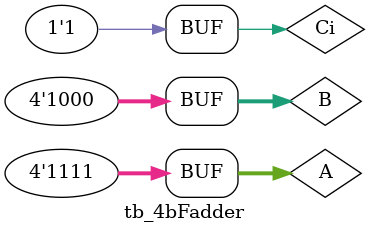
<source format=v>
`timescale 1ns / 1ps


module tb_4bFadder;
reg [3:0]A,B;
wire [3:0]Sum;
reg Ci;
wire Co;
initial
    $monitor("simtime=%g,A=%b,B=%b,Ci=%b,Sum=%b,Co=%b",$time,A,B,Ci,Sum,Co);
Fadder4b fa4b(.A(A),.B(B),.Ci(Ci),.S(Sum),.Cout(Co));
initial
begin
    #50 A=4'b0000; B=4'b1000; Ci=1'b0;
    #50 A=4'b0001; B=4'b0111; Ci=1'b1;
    #50 A=4'b0010; B=4'b0110; Ci=1'b0;
    #50 A=4'b0011; B=4'b0101; Ci=1'b1;
    #50 A=4'b0100; B=4'b0100; Ci=1'b1;
    #50 A=4'b0101; B=4'b0011; Ci=1'b0;
    #50 A=4'b0110; B=4'b0010; Ci=1'b1;
    #50 A=4'b0111; B=4'b0001; Ci=1'b1;
    #50 A=4'b1000; B=4'b1111; Ci=1'b1;
    #50 A=4'b1001; B=4'b1110; Ci=1'b0;
    #50 A=4'b1010; B=4'b1101; Ci=1'b0;
    #50 A=4'b1011; B=4'b1100; Ci=1'b1;
    #50 A=4'b1100; B=4'b1011; Ci=1'b0;
    #50 A=4'b1101; B=4'b1010; Ci=1'b0;
    #50 A=4'b1110; B=4'b1001; Ci=1'b1;
    #50 A=4'b1111; B=4'b1000; Ci=1'b1;
end
endmodule

</source>
